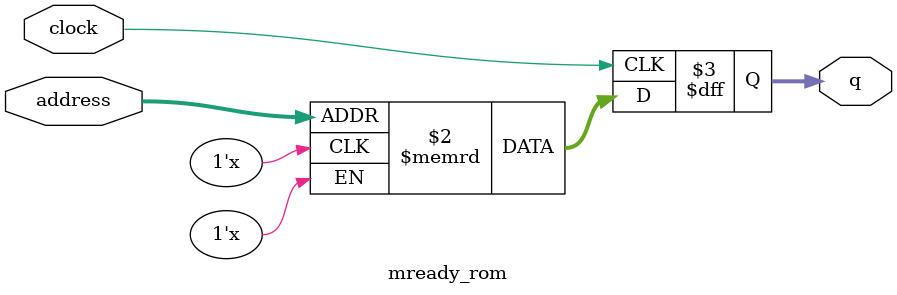
<source format=sv>
module mready_rom (
	input logic clock,
	input logic [11:0] address,
	output logic [3:0] q
);

logic [3:0] memory [0:2399] /* synthesis ram_init_file = "./mready/mready.mif" */;

always_ff @ (posedge clock) begin
	q <= memory[address];
end

endmodule

</source>
